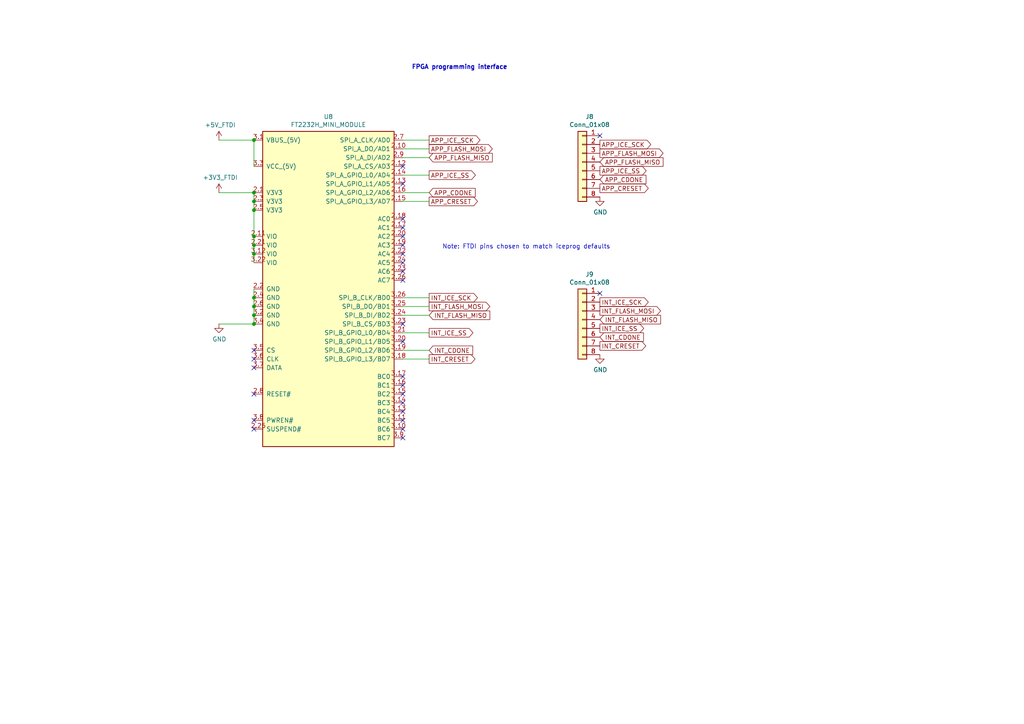
<source format=kicad_sch>
(kicad_sch (version 20211123) (generator eeschema)
  (paper "A4")
  (title_block (date "2021-09-29") (rev "1") (company "Tillitis AB") (comment 1 "2022") (comment 2 "https://github.com/tillitis/tillitis-key1"))
  (lib_symbols
    (symbol "Connector_Generic:Conn_01x08" (pin_names (offset 1.016) hide)
      (property "Reference" "J" (at 0 10.16 0))
      (property "Value" "Conn_01x08" (at 0 -12.7 0))
      (symbol "Conn_01x08_1_1"
        (rectangle (start -1.27 -10.033) (end 0 -10.287) (stroke (width 0.1524)))
        (rectangle (start -1.27 -7.493) (end 0 -7.747) (stroke (width 0.1524)))
        (rectangle (start -1.27 -4.953) (end 0 -5.207) (stroke (width 0.1524)))
        (rectangle (start -1.27 -2.413) (end 0 -2.667) (stroke (width 0.1524)))
        (rectangle (start -1.27 0.127) (end 0 -0.127) (stroke (width 0.1524)))
        (rectangle (start -1.27 2.667) (end 0 2.413) (stroke (width 0.1524)))
        (rectangle (start -1.27 5.207) (end 0 4.953) (stroke (width 0.1524)))
        (rectangle (start -1.27 7.747) (end 0 7.493) (stroke (width 0.1524)))
        (rectangle (start -1.27 8.89) (end 1.27 -11.43) (stroke (width 0.254)) (fill (type background)))
        (pin passive line (at -5.08 7.62 0) (length 3.81) (name "Pin_1") (number "1"))
        (pin passive line (at -5.08 5.08 0) (length 3.81) (name "Pin_2") (number "2"))
        (pin passive line (at -5.08 2.54 0) (length 3.81) (name "Pin_3") (number "3"))
        (pin passive line (at -5.08 0 0) (length 3.81) (name "Pin_4") (number "4"))
        (pin passive line (at -5.08 -2.54 0) (length 3.81) (name "Pin_5") (number "5"))
        (pin passive line (at -5.08 -5.08 0) (length 3.81) (name "Pin_6") (number "6"))
        (pin passive line (at -5.08 -7.62 0) (length 3.81) (name "Pin_7") (number "7"))
        (pin passive line (at -5.08 -10.16 0) (length 3.81) (name "Pin_8") (number "8"))
      )
    )
    (symbol "mta1:+3V3_FTDI" (power) (pin_names (offset 0))
      (property "Value" "+3V3_FTDI" (at 0 3.556 0))
      (symbol "+3V3_FTDI_0_1"
        (polyline (pts (xy -0.762 1.27) (xy 0 2.54)))
        (polyline (pts (xy 0 0) (xy 0 2.54)))
        (polyline (pts (xy 0 2.54) (xy 0.762 1.27)))
      )
      (symbol "+3V3_FTDI_1_1"
        (pin power_in line (at 0 0 90) (length 0) hide (name "+3V3_FTDI") (number "1"))
      )
    )
    (symbol "mta1:+5V_FTDI" (power) (pin_names (offset 0))
      (property "Value" "+5V_FTDI" (at 0 3.556 0))
      (symbol "+5V_FTDI_0_1"
        (polyline (pts (xy -0.762 1.27) (xy 0 2.54)))
        (polyline (pts (xy 0 0) (xy 0 2.54)))
        (polyline (pts (xy 0 2.54) (xy 0.762 1.27)))
      )
      (symbol "+5V_FTDI_1_1"
        (pin power_in line (at 0 0 90) (length 0) hide (name "+5V_FTDI") (number "1"))
      )
    )
    (symbol "mta1:FT2232H_MINI_MODULE" (pin_names (offset 1.016))
      (property "Reference" "U" (at 15.24 22.86 0))
      (property "Value" "FT2232H_MINI_MODULE" (at -2.54 48.26 0))
      (symbol "FT2232H_MINI_MODULE_0_1"
        (rectangle (start -20.32 45.72) (end 17.78 -45.72) (stroke (width 0.254)) (fill (type background)))
      )
      (symbol "FT2232H_MINI_MODULE_1_1"
        (pin power_out line (at -22.86 27.94 0) (length 2.54) (name "V3V3") (number "2.1"))
        (pin bidirectional line (at 20.32 40.64 180) (length 2.54) (name "SPI_A_DO/AD1") (number "2.10"))
        (pin power_in line (at -22.86 15.24 0) (length 2.54) (name "VIO") (number "2.11"))
        (pin bidirectional line (at 20.32 35.56 180) (length 2.54) (name "SPI_A_CS/AD3") (number "2.12"))
        (pin bidirectional line (at 20.32 30.48 180) (length 2.54) (name "SPI_A_GPIO_L1/AD5") (number "2.13"))
        (pin bidirectional line (at 20.32 33.02 180) (length 2.54) (name "SPI_A_GPIO_L0/AD4") (number "2.14"))
        (pin bidirectional line (at 20.32 25.4 180) (length 2.54) (name "SPI_A_GPIO_L3/AD7") (number "2.15"))
        (pin bidirectional line (at 20.32 27.94 180) (length 2.54) (name "SPI_A_GPIO_L2/AD6") (number "2.16"))
        (pin bidirectional line (at 20.32 17.78 180) (length 2.54) (name "AC1") (number "2.17"))
        (pin bidirectional line (at 20.32 20.32 180) (length 2.54) (name "AC0") (number "2.18"))
        (pin bidirectional line (at 20.32 12.7 180) (length 2.54) (name "AC3") (number "2.19"))
        (pin power_in line (at -22.86 0 0) (length 2.54) (name "GND") (number "2.2"))
        (pin bidirectional line (at 20.32 15.24 180) (length 2.54) (name "AC2") (number "2.20"))
        (pin power_in line (at -22.86 12.7 0) (length 2.54) (name "VIO") (number "2.21"))
        (pin bidirectional line (at 20.32 10.16 180) (length 2.54) (name "AC4") (number "2.22"))
        (pin bidirectional line (at 20.32 5.08 180) (length 2.54) (name "AC6") (number "2.23"))
        (pin bidirectional line (at 20.32 7.62 180) (length 2.54) (name "AC5") (number "2.24"))
        (pin output line (at -22.86 -40.64 0) (length 2.54) (name "SUSPEND#") (number "2.25"))
        (pin bidirectional line (at 20.32 2.54 180) (length 2.54) (name "AC7") (number "2.26"))
        (pin power_out line (at -22.86 25.4 0) (length 2.54) (name "V3V3") (number "2.3"))
        (pin power_in line (at -22.86 -2.54 0) (length 2.54) (name "GND") (number "2.4"))
        (pin power_out line (at -22.86 22.86 0) (length 2.54) (name "V3V3") (number "2.5"))
        (pin power_in line (at -22.86 -5.08 0) (length 2.54) (name "GND") (number "2.6"))
        (pin bidirectional line (at 20.32 43.18 180) (length 2.54) (name "SPI_A_CLK/AD0") (number "2.7"))
        (pin input line (at -22.86 -30.48 0) (length 2.54) (name "RESET#") (number "2.8"))
        (pin bidirectional line (at 20.32 38.1 180) (length 2.54) (name "SPI_A_DI/AD2") (number "2.9"))
        (pin power_out line (at -22.86 43.18 0) (length 2.54) (name "VBUS_(5V)") (number "3.1"))
        (pin bidirectional line (at 20.32 -40.64 180) (length 2.54) (name "BC6") (number "3.10"))
        (pin bidirectional line (at 20.32 -38.1 180) (length 2.54) (name "BC5") (number "3.11"))
        (pin power_in line (at -22.86 10.16 0) (length 2.54) (name "VIO") (number "3.12"))
        (pin bidirectional line (at 20.32 -35.56 180) (length 2.54) (name "BC4") (number "3.13"))
        (pin bidirectional line (at 20.32 -33.02 180) (length 2.54) (name "BC3") (number "3.14"))
        (pin bidirectional line (at 20.32 -30.48 180) (length 2.54) (name "BC2") (number "3.15"))
        (pin bidirectional line (at 20.32 -27.94 180) (length 2.54) (name "BC1") (number "3.16"))
        (pin bidirectional line (at 20.32 -25.4 180) (length 2.54) (name "BC0") (number "3.17"))
        (pin bidirectional line (at 20.32 -20.32 180) (length 2.54) (name "SPI_B_GPIO_L3/BD7") (number "3.18"))
        (pin bidirectional line (at 20.32 -17.78 180) (length 2.54) (name "SPI_B_GPIO_L2/BD6") (number "3.19"))
        (pin power_in line (at -22.86 -7.62 0) (length 2.54) (name "GND") (number "3.2"))
        (pin bidirectional line (at 20.32 -15.24 180) (length 2.54) (name "SPI_B_GPIO_L1/BD5") (number "3.20"))
        (pin bidirectional line (at 20.32 -12.7 180) (length 2.54) (name "SPI_B_GPIO_L0/BD4") (number "3.21"))
        (pin power_in line (at -22.86 7.62 0) (length 2.54) (name "VIO") (number "3.22"))
        (pin bidirectional line (at 20.32 -10.16 180) (length 2.54) (name "SPI_B_CS/BD3") (number "3.23"))
        (pin bidirectional line (at 20.32 -7.62 180) (length 2.54) (name "SPI_B_DI/BD2") (number "3.24"))
        (pin bidirectional line (at 20.32 -5.08 180) (length 2.54) (name "SPI_B_DO/BD1") (number "3.25"))
        (pin bidirectional line (at 20.32 -2.54 180) (length 2.54) (name "SPI_B_CLK/BD0") (number "3.26"))
        (pin power_in line (at -22.86 35.56 0) (length 2.54) (name "VCC_(5V)") (number "3.3"))
        (pin power_in line (at -22.86 -10.16 0) (length 2.54) (name "GND") (number "3.4"))
        (pin bidirectional line (at -22.86 -17.78 0) (length 2.54) (name "CS") (number "3.5"))
        (pin output line (at -22.86 -20.32 0) (length 2.54) (name "CLK") (number "3.6"))
        (pin bidirectional line (at -22.86 -22.86 0) (length 2.54) (name "DATA") (number "3.7"))
        (pin output line (at -22.86 -38.1 0) (length 2.54) (name "PWREN#") (number "3.8"))
        (pin bidirectional line (at 20.32 -43.18 180) (length 2.54) (name "BC7") (number "3.9"))
      )
    )
    (symbol "power:GND" (power) (pin_names (offset 0))
      (property "Value" "GND" (at 0 -3.81 0))
      (symbol "GND_0_1"
        (polyline (pts (xy 0 0) (xy 0 -1.27) (xy 1.27 -1.27) (xy 0 -2.54) (xy -1.27 -1.27) (xy 0 -1.27)))
      )
      (symbol "GND_1_1"
        (pin power_in line (at 0 0 270) (length 0) hide (name "GND") (number "1"))
      )
    )
  )
  (junction (at 73.66 55.88))
  (junction (at 73.66 91.44))
  (junction (at 73.66 60.96))
  (junction (at 73.66 93.98))
  (junction (at 73.66 73.66))
  (junction (at 73.66 88.9))
  (junction (at 73.66 40.64))
  (junction (at 73.66 58.42))
  (junction (at 73.66 68.58))
  (junction (at 73.66 71.12))
  (junction (at 73.66 86.36))
  (no_connect (at 173.99 85.09))
  (no_connect (at 116.84 121.92))
  (no_connect (at 116.84 124.46))
  (no_connect (at 73.66 124.46))
  (no_connect (at 116.84 111.76))
  (no_connect (at 116.84 71.12))
  (no_connect (at 116.84 48.26))
  (no_connect (at 116.84 116.84))
  (no_connect (at 73.66 106.68))
  (no_connect (at 116.84 81.28))
  (no_connect (at 116.84 93.98))
  (no_connect (at 116.84 109.22))
  (no_connect (at 116.84 127))
  (no_connect (at 173.99 39.37))
  (no_connect (at 116.84 78.74))
  (no_connect (at 116.84 114.3))
  (no_connect (at 116.84 99.06))
  (no_connect (at 116.84 73.66))
  (no_connect (at 73.66 114.3))
  (no_connect (at 116.84 68.58))
  (no_connect (at 116.84 76.2))
  (no_connect (at 73.66 121.92))
  (no_connect (at 116.84 63.5))
  (no_connect (at 116.84 53.34))
  (no_connect (at 73.66 104.14))
  (no_connect (at 116.84 119.38))
  (no_connect (at 116.84 66.04))
  (no_connect (at 73.66 101.6))
  (wire (pts (xy 73.66 76.2) (xy 73.66 73.66)))
  (wire (pts (xy 116.84 96.52) (xy 124.46 96.52)))
  (wire (pts (xy 73.66 71.12) (xy 73.66 68.58)))
  (wire (pts (xy 63.5 40.64) (xy 73.66 40.64)))
  (wire (pts (xy 116.84 43.18) (xy 124.46 43.18)))
  (wire (pts (xy 124.46 86.36) (xy 116.84 86.36)))
  (wire (pts (xy 73.66 55.88) (xy 63.5 55.88)))
  (wire (pts (xy 73.66 88.9) (xy 73.66 86.36)))
  (wire (pts (xy 124.46 101.6) (xy 116.84 101.6)))
  (wire (pts (xy 73.66 55.88) (xy 73.66 58.42)))
  (wire (pts (xy 73.66 73.66) (xy 73.66 71.12)))
  (wire (pts (xy 116.84 50.8) (xy 124.46 50.8)))
  (wire (pts (xy 73.66 86.36) (xy 73.66 83.82)))
  (wire (pts (xy 73.66 91.44) (xy 73.66 88.9)))
  (wire (pts (xy 116.84 104.14) (xy 124.46 104.14)))
  (wire (pts (xy 124.46 40.64) (xy 116.84 40.64)))
  (wire (pts (xy 124.46 55.88) (xy 116.84 55.88)))
  (wire (pts (xy 73.66 93.98) (xy 73.66 91.44)))
  (wire (pts (xy 73.66 48.26) (xy 73.66 40.64)))
  (wire (pts (xy 124.46 91.44) (xy 116.84 91.44)))
  (wire (pts (xy 116.84 58.42) (xy 124.46 58.42)))
  (wire (pts (xy 116.84 88.9) (xy 124.46 88.9)))
  (wire (pts (xy 63.5 93.98) (xy 73.66 93.98)))
  (wire (pts (xy 73.66 60.96) (xy 73.66 58.42)))
  (wire (pts (xy 73.66 60.96) (xy 73.66 68.58)))
  (wire (pts (xy 124.46 45.72) (xy 116.84 45.72)))
  (text "Note: FTDI pins chosen to match iceprog defaults" (at 128.27 72.39 0) (effects (font (size 1.27 1.27)) (justify left bottom)))
  (text "FPGA programming interface" (at 119.38 20.32 0) (effects (font (size 1.27 1.27) (thickness 0.254) bold) (justify left bottom)))
  (global_label "APP_ICE_SS" (shape output) (at 124.46 50.8 0) (property "Intersheet References" "${INTERSHEET_REFS}" (effects hide)))
  (global_label "INT_FLASH_MOSI" (shape output) (at 124.46 88.9 0) (property "Intersheet References" "${INTERSHEET_REFS}" (effects hide)))
  (global_label "APP_FLASH_MOSI" (shape output) (at 124.46 43.18 0) (property "Intersheet References" "${INTERSHEET_REFS}" (effects hide)))
  (global_label "APP_ICE_SCK" (shape output) (at 173.99 41.91 0) (property "Intersheet References" "${INTERSHEET_REFS}" (effects hide)))
  (global_label "APP_ICE_SCK" (shape output) (at 124.46 40.64 0) (property "Intersheet References" "${INTERSHEET_REFS}" (effects hide)))
  (global_label "INT_CDONE" (shape input) (at 124.46 101.6 0) (property "Intersheet References" "${INTERSHEET_REFS}" (effects hide)))
  (global_label "INT_FLASH_MOSI" (shape output) (at 173.99 90.17 0) (property "Intersheet References" "${INTERSHEET_REFS}" (effects hide)))
  (global_label "INT_CRESET" (shape output) (at 124.46 104.14 0) (property "Intersheet References" "${INTERSHEET_REFS}" (effects hide)))
  (global_label "INT_ICE_SCK" (shape output) (at 173.99 87.63 0) (property "Intersheet References" "${INTERSHEET_REFS}" (effects hide)))
  (global_label "INT_CDONE" (shape input) (at 173.99 97.79 0) (property "Intersheet References" "${INTERSHEET_REFS}" (effects hide)))
  (global_label "INT_FLASH_MISO" (shape input) (at 173.99 92.71 0) (property "Intersheet References" "${INTERSHEET_REFS}" (effects hide)))
  (global_label "INT_CRESET" (shape output) (at 173.99 100.33 0) (property "Intersheet References" "${INTERSHEET_REFS}" (effects hide)))
  (global_label "APP_FLASH_MISO" (shape input) (at 124.46 45.72 0) (property "Intersheet References" "${INTERSHEET_REFS}" (effects hide)))
  (global_label "APP_CRESET" (shape output) (at 173.99 54.61 0) (property "Intersheet References" "${INTERSHEET_REFS}" (effects hide)))
  (global_label "INT_ICE_SS" (shape output) (at 173.99 95.25 0) (property "Intersheet References" "${INTERSHEET_REFS}" (effects hide)))
  (global_label "APP_CDONE" (shape input) (at 173.99 52.07 0) (property "Intersheet References" "${INTERSHEET_REFS}" (effects hide)))
  (global_label "INT_ICE_SCK" (shape output) (at 124.46 86.36 0) (property "Intersheet References" "${INTERSHEET_REFS}" (effects hide)))
  (global_label "APP_CRESET" (shape output) (at 124.46 58.42 0) (property "Intersheet References" "${INTERSHEET_REFS}" (effects hide)))
  (global_label "INT_FLASH_MISO" (shape input) (at 124.46 91.44 0) (property "Intersheet References" "${INTERSHEET_REFS}" (effects hide)))
  (global_label "APP_FLASH_MOSI" (shape output) (at 173.99 44.45 0) (property "Intersheet References" "${INTERSHEET_REFS}" (effects hide)))
  (global_label "APP_CDONE" (shape input) (at 124.46 55.88 0) (property "Intersheet References" "${INTERSHEET_REFS}" (effects hide)))
  (global_label "APP_FLASH_MISO" (shape input) (at 173.99 46.99 0) (property "Intersheet References" "${INTERSHEET_REFS}" (effects hide)))
  (global_label "INT_ICE_SS" (shape output) (at 124.46 96.52 0) (property "Intersheet References" "${INTERSHEET_REFS}" (effects hide)))
  (global_label "APP_ICE_SS" (shape output) (at 173.99 49.53 0) (property "Intersheet References" "${INTERSHEET_REFS}" (effects hide)))
  (symbol (lib_id "mta1:FT2232H_MINI_MODULE") (at 96.52 83.82 0) (unit 1)
    (property "Reference" "U8" (at 95.25 33.8582 0))
    (property "Value" "FT2232H_MINI_MODULE" (at 95.25 36.1696 0))
    (property "Footprint" "mta1:FT2232H_MINI_MODULE" (effects hide))
  )
  (symbol (lib_id "Connector_Generic:Conn_01x08") (at 168.91 46.99 0) (mirror y) (unit 1)
    (property "Reference" "J8" (at 170.9928 33.8582 0))
    (property "Value" "Conn_01x08" (at 170.9928 36.1696 0))
    (property "Footprint" "Connector_PinHeader_2.54mm:PinHeader_1x08_P2.54mm_Vertical" (effects hide))
  )
  (symbol (lib_id "Connector_Generic:Conn_01x08") (at 168.91 92.71 0) (mirror y) (unit 1)
    (property "Reference" "J9" (at 170.9928 79.5782 0))
    (property "Value" "Conn_01x08" (at 170.9928 81.8896 0))
    (property "Footprint" "Connector_PinHeader_2.54mm:PinHeader_1x08_P2.54mm_Vertical" (effects hide))
  )
  (symbol (lib_id "power:GND") (at 173.99 57.15 0) (unit 1)
    (property "Reference" "#GND030" (effects hide))
    (property "Value" "GND" (at 174.117 61.5442 0))
  )
  (symbol (lib_id "power:GND") (at 173.99 102.87 0) (unit 1)
    (property "Reference" "#GND031" (effects hide))
    (property "Value" "GND" (at 174.117 107.2642 0))
  )
  (symbol (lib_id "mta1:+3V3_FTDI") (at 63.5 55.88 0) (unit 1)
    (property "Reference" "#PWR0115" (effects hide))
    (property "Value" "+3V3_FTDI" (at 63.881 51.4858 0))
  )
  (symbol (lib_id "mta1:+5V_FTDI") (at 63.5 40.64 0) (unit 1)
    (property "Reference" "#PWR0116" (effects hide))
    (property "Value" "+5V_FTDI" (at 63.881 36.2458 0))
  )
  (symbol (lib_id "power:GND") (at 63.5 93.98 0) (unit 1)
    (property "Reference" "#PWR0117" (effects hide))
    (property "Value" "GND" (at 63.627 98.3742 0))
  )
)
</source>
